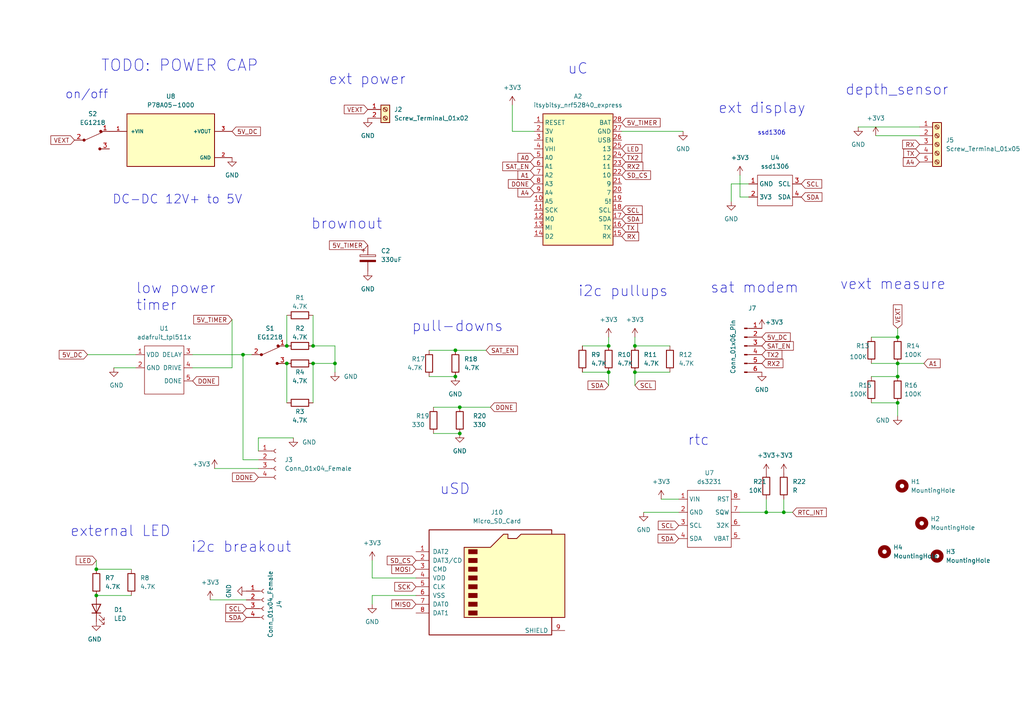
<source format=kicad_sch>
(kicad_sch (version 20231120) (generator "eeschema") (generator_version "8.0")
  (paper "A4")
  (lib_symbols
    (symbol "Connector:Conn_01x04_Female" (pin_names (offset 1.016) hide)
      (property "Reference" "J" (at 0 5.08 0))
      (property "Value" "Conn_01x04_Female" (at 0 -7.62 0))
      (symbol "Conn_01x04_Female_1_1"
        (arc (start 0 -4.572) (mid -0.5058 -5.08) (end 0 -5.588) (stroke (width 0.1524)))
        (arc (start 0 -2.032) (mid -0.5058 -2.54) (end 0 -3.048) (stroke (width 0.1524)))
        (polyline (pts (xy -1.27 -5.08) (xy -0.508 -5.08)) (stroke (width 0.1524)))
        (polyline (pts (xy -1.27 -2.54) (xy -0.508 -2.54)) (stroke (width 0.1524)))
        (polyline (pts (xy -1.27 0) (xy -0.508 0)) (stroke (width 0.1524)))
        (polyline (pts (xy -1.27 2.54) (xy -0.508 2.54)) (stroke (width 0.1524)))
        (arc (start 0 0.508) (mid -0.5058 0) (end 0 -0.508) (stroke (width 0.1524)))
        (arc (start 0 3.048) (mid -0.5058 2.54) (end 0 2.032) (stroke (width 0.1524)))
        (pin passive line (at -5.08 2.54 0) (length 3.81) (name "Pin_1") (number "1"))
        (pin passive line (at -5.08 0 0) (length 3.81) (name "Pin_2") (number "2"))
        (pin passive line (at -5.08 -2.54 0) (length 3.81) (name "Pin_3") (number "3"))
        (pin passive line (at -5.08 -5.08 0) (length 3.81) (name "Pin_4") (number "4"))
      )
    )
    (symbol "Connector:Conn_01x06_Pin" (pin_names (offset 1.016) hide)
      (property "Reference" "J" (at 0 7.62 0))
      (property "Value" "Conn_01x06_Pin" (at 0 -10.16 0))
      (symbol "Conn_01x06_Pin_1_1"
        (polyline (pts (xy 1.27 -7.62) (xy 0.8636 -7.62)) (stroke (width 0.1524)))
        (polyline (pts (xy 1.27 -5.08) (xy 0.8636 -5.08)) (stroke (width 0.1524)))
        (polyline (pts (xy 1.27 -2.54) (xy 0.8636 -2.54)) (stroke (width 0.1524)))
        (polyline (pts (xy 1.27 0) (xy 0.8636 0)) (stroke (width 0.1524)))
        (polyline (pts (xy 1.27 2.54) (xy 0.8636 2.54)) (stroke (width 0.1524)))
        (polyline (pts (xy 1.27 5.08) (xy 0.8636 5.08)) (stroke (width 0.1524)))
        (rectangle (start 0.8636 -7.493) (end 0 -7.747) (stroke (width 0.1524)) (fill (type outline)))
        (rectangle (start 0.8636 -4.953) (end 0 -5.207) (stroke (width 0.1524)) (fill (type outline)))
        (rectangle (start 0.8636 -2.413) (end 0 -2.667) (stroke (width 0.1524)) (fill (type outline)))
        (rectangle (start 0.8636 0.127) (end 0 -0.127) (stroke (width 0.1524)) (fill (type outline)))
        (rectangle (start 0.8636 2.667) (end 0 2.413) (stroke (width 0.1524)) (fill (type outline)))
        (rectangle (start 0.8636 5.207) (end 0 4.953) (stroke (width 0.1524)) (fill (type outline)))
        (pin passive line (at 5.08 5.08 180) (length 3.81) (name "Pin_1") (number "1"))
        (pin passive line (at 5.08 2.54 180) (length 3.81) (name "Pin_2") (number "2"))
        (pin passive line (at 5.08 0 180) (length 3.81) (name "Pin_3") (number "3"))
        (pin passive line (at 5.08 -2.54 180) (length 3.81) (name "Pin_4") (number "4"))
        (pin passive line (at 5.08 -5.08 180) (length 3.81) (name "Pin_5") (number "5"))
        (pin passive line (at 5.08 -7.62 180) (length 3.81) (name "Pin_6") (number "6"))
      )
    )
    (symbol "Connector:Micro_SD_Card" (pin_names (offset 1.016))
      (property "Reference" "J" (at -16.51 15.24 0))
      (property "Value" "Micro_SD_Card" (at 16.51 15.24 0))
      (symbol "Micro_SD_Card_0_1"
        (rectangle (start -7.62 -9.525) (end -5.08 -10.795) (fill (type outline)))
        (rectangle (start -7.62 -6.985) (end -5.08 -8.255) (fill (type outline)))
        (rectangle (start -7.62 -4.445) (end -5.08 -5.715) (fill (type outline)))
        (rectangle (start -7.62 -1.905) (end -5.08 -3.175) (fill (type outline)))
        (rectangle (start -7.62 0.635) (end -5.08 -0.635) (fill (type outline)))
        (rectangle (start -7.62 3.175) (end -5.08 1.905) (fill (type outline)))
        (rectangle (start -7.62 5.715) (end -5.08 4.445) (fill (type outline)))
        (rectangle (start -7.62 8.255) (end -5.08 6.985) (fill (type outline)))
        (polyline (pts (xy 16.51 12.7) (xy 16.51 13.97) (xy -19.05 13.97) (xy -19.05 -16.51) (xy 16.51 -16.51) (xy 16.51 -11.43)) (stroke (width 0.254)))
        (polyline (pts (xy -8.89 -11.43) (xy -8.89 8.89) (xy -1.27 8.89) (xy 2.54 12.7) (xy 3.81 12.7) (xy 3.81 11.43) (xy 6.35 11.43) (xy 7.62 12.7) (xy 20.32 12.7) (xy 20.32 -11.43) (xy -8.89 -11.43)) (stroke (width 0.254)) (fill (type background)))
      )
      (symbol "Micro_SD_Card_1_1"
        (pin bidirectional line (at -22.86 7.62 0) (length 3.81) (name "DAT2") (number "1"))
        (pin bidirectional line (at -22.86 5.08 0) (length 3.81) (name "DAT3/CD") (number "2"))
        (pin input line (at -22.86 2.54 0) (length 3.81) (name "CMD") (number "3"))
        (pin power_in line (at -22.86 0 0) (length 3.81) (name "VDD") (number "4"))
        (pin input line (at -22.86 -2.54 0) (length 3.81) (name "CLK") (number "5"))
        (pin power_in line (at -22.86 -5.08 0) (length 3.81) (name "VSS") (number "6"))
        (pin bidirectional line (at -22.86 -7.62 0) (length 3.81) (name "DAT0") (number "7"))
        (pin bidirectional line (at -22.86 -10.16 0) (length 3.81) (name "DAT1") (number "8"))
        (pin passive line (at 20.32 -15.24 180) (length 3.81) (name "SHIELD") (number "9"))
      )
    )
    (symbol "Connector:Screw_Terminal_01x02" (pin_names (offset 1.016) hide)
      (property "Reference" "J" (at 0 2.54 0))
      (property "Value" "Screw_Terminal_01x02" (at 0 -5.08 0))
      (symbol "Screw_Terminal_01x02_1_1"
        (rectangle (start -1.27 1.27) (end 1.27 -3.81) (stroke (width 0.254)) (fill (type background)))
        (circle (center 0 -2.54) (radius 0.635) (stroke (width 0.1524)))
        (polyline (pts (xy -0.5334 -2.2098) (xy 0.3302 -3.048)) (stroke (width 0.1524)))
        (polyline (pts (xy -0.5334 0.3302) (xy 0.3302 -0.508)) (stroke (width 0.1524)))
        (polyline (pts (xy -0.3556 -2.032) (xy 0.508 -2.8702)) (stroke (width 0.1524)))
        (polyline (pts (xy -0.3556 0.508) (xy 0.508 -0.3302)) (stroke (width 0.1524)))
        (circle (center 0 0) (radius 0.635) (stroke (width 0.1524)))
        (pin passive line (at -5.08 0 0) (length 3.81) (name "Pin_1") (number "1"))
        (pin passive line (at -5.08 -2.54 0) (length 3.81) (name "Pin_2") (number "2"))
      )
    )
    (symbol "Connector:Screw_Terminal_01x05" (pin_names (offset 1.016) hide)
      (property "Reference" "J" (at 0 7.62 0))
      (property "Value" "Screw_Terminal_01x05" (at 0 -7.62 0))
      (symbol "Screw_Terminal_01x05_1_1"
        (rectangle (start -1.27 6.35) (end 1.27 -6.35) (stroke (width 0.254)) (fill (type background)))
        (circle (center 0 -5.08) (radius 0.635) (stroke (width 0.1524)))
        (circle (center 0 -2.54) (radius 0.635) (stroke (width 0.1524)))
        (polyline (pts (xy -0.5334 -4.7498) (xy 0.3302 -5.588)) (stroke (width 0.1524)))
        (polyline (pts (xy -0.5334 -2.2098) (xy 0.3302 -3.048)) (stroke (width 0.1524)))
        (polyline (pts (xy -0.5334 0.3302) (xy 0.3302 -0.508)) (stroke (width 0.1524)))
        (polyline (pts (xy -0.5334 2.8702) (xy 0.3302 2.032)) (stroke (width 0.1524)))
        (polyline (pts (xy -0.5334 5.4102) (xy 0.3302 4.572)) (stroke (width 0.1524)))
        (polyline (pts (xy -0.3556 -4.572) (xy 0.508 -5.4102)) (stroke (width 0.1524)))
        (polyline (pts (xy -0.3556 -2.032) (xy 0.508 -2.8702)) (stroke (width 0.1524)))
        (polyline (pts (xy -0.3556 0.508) (xy 0.508 -0.3302)) (stroke (width 0.1524)))
        (polyline (pts (xy -0.3556 3.048) (xy 0.508 2.2098)) (stroke (width 0.1524)))
        (polyline (pts (xy -0.3556 5.588) (xy 0.508 4.7498)) (stroke (width 0.1524)))
        (circle (center 0 0) (radius 0.635) (stroke (width 0.1524)))
        (circle (center 0 2.54) (radius 0.635) (stroke (width 0.1524)))
        (circle (center 0 5.08) (radius 0.635) (stroke (width 0.1524)))
        (pin passive line (at -5.08 5.08 0) (length 3.81) (name "Pin_1") (number "1"))
        (pin passive line (at -5.08 2.54 0) (length 3.81) (name "Pin_2") (number "2"))
        (pin passive line (at -5.08 0 0) (length 3.81) (name "Pin_3") (number "3"))
        (pin passive line (at -5.08 -2.54 0) (length 3.81) (name "Pin_4") (number "4"))
        (pin passive line (at -5.08 -5.08 0) (length 3.81) (name "Pin_5") (number "5"))
      )
    )
    (symbol "Device:C_Polarized" (pin_numbers hide) (pin_names (offset 0.254))
      (property "Reference" "C" (at 0.635 2.54 0))
      (property "Value" "C_Polarized" (at 0.635 -2.54 0))
      (symbol "C_Polarized_0_1"
        (rectangle (start -2.286 0.508) (end 2.286 1.016))
        (polyline (pts (xy -1.778 2.286) (xy -0.762 2.286)))
        (polyline (pts (xy -1.27 2.794) (xy -1.27 1.778)))
        (rectangle (start 2.286 -0.508) (end -2.286 -1.016) (fill (type outline)))
      )
      (symbol "C_Polarized_1_1"
        (pin passive line (at 0 3.81 270) (length 2.794) (name "~") (number "1"))
        (pin passive line (at 0 -3.81 90) (length 2.794) (name "~") (number "2"))
      )
    )
    (symbol "Device:LED" (pin_numbers hide) (pin_names (offset 1.016) hide)
      (property "Reference" "D" (at 0 2.54 0))
      (property "Value" "LED" (at 0 -2.54 0))
      (symbol "LED_0_1"
        (polyline (pts (xy -1.27 -1.27) (xy -1.27 1.27)) (stroke (width 0.254)))
        (polyline (pts (xy -1.27 0) (xy 1.27 0)))
        (polyline (pts (xy 1.27 -1.27) (xy 1.27 1.27) (xy -1.27 0) (xy 1.27 -1.27)) (stroke (width 0.254)))
        (polyline (pts (xy -3.048 -0.762) (xy -4.572 -2.286) (xy -3.81 -2.286) (xy -4.572 -2.286) (xy -4.572 -1.524)))
        (polyline (pts (xy -1.778 -0.762) (xy -3.302 -2.286) (xy -2.54 -2.286) (xy -3.302 -2.286) (xy -3.302 -1.524)))
      )
      (symbol "LED_1_1"
        (pin passive line (at -3.81 0 0) (length 2.54) (name "K") (number "1"))
        (pin passive line (at 3.81 0 180) (length 2.54) (name "A") (number "2"))
      )
    )
    (symbol "Device:R" (pin_numbers hide) (pin_names (offset 0))
      (property "Reference" "R" (at 2.032 0 90))
      (property "Value" "R" (at 0 0 90))
      (symbol "R_0_1"
        (rectangle (start -1.016 -2.54) (end 1.016 2.54) (stroke (width 0.254)))
      )
      (symbol "R_1_1"
        (pin passive line (at 0 3.81 270) (length 1.27) (name "~") (number "1"))
        (pin passive line (at 0 -3.81 90) (length 1.27) (name "~") (number "2"))
      )
    )
    (symbol "GND_11" (power) (pin_names (offset 0))
      (property "Value" "GND_11" (at 0 -3.81 0))
      (symbol "GND_11_0_1"
        (polyline (pts (xy 0 0) (xy 0 -1.27) (xy 1.27 -1.27) (xy 0 -2.54) (xy -1.27 -1.27) (xy 0 -1.27)))
      )
      (symbol "GND_11_1_1"
        (pin power_in line (at 0 0 270) (length 0) hide (name "GND") (number "1"))
      )
    )
    (symbol "GND_2" (power) (pin_names (offset 0))
      (property "Value" "GND_2" (at 0 -3.81 0))
      (symbol "GND_2_0_1"
        (polyline (pts (xy 0 0) (xy 0 -1.27) (xy 1.27 -1.27) (xy 0 -2.54) (xy -1.27 -1.27) (xy 0 -1.27)))
      )
      (symbol "GND_2_1_1"
        (pin power_in line (at 0 0 270) (length 0) hide (name "GND") (number "1"))
      )
    )
    (symbol "GND_6" (power) (pin_names (offset 0))
      (property "Value" "GND_6" (at 0 -3.81 0))
      (symbol "GND_6_0_1"
        (polyline (pts (xy 0 0) (xy 0 -1.27) (xy 1.27 -1.27) (xy 0 -2.54) (xy -1.27 -1.27) (xy 0 -1.27)))
      )
      (symbol "GND_6_1_1"
        (pin power_in line (at 0 0 270) (length 0) hide (name "GND") (number "1"))
      )
    )
    (symbol "Mechanical:MountingHole" (pin_names (offset 1.016))
      (property "Reference" "H" (at 0 5.08 0))
      (property "Value" "MountingHole" (at 0 3.175 0))
      (symbol "MountingHole_0_1"
        (circle (center 0 0) (radius 1.27) (stroke (width 1.27)))
      )
    )
    (symbol "P78A05-1000:P78A05-1000" (pin_names (offset 1.016))
      (property "Reference" "U" (at -10.1854 7.62 0))
      (property "Value" "P78A05-1000" (at -10.1854 -7.6454 0))
      (symbol "P78A05-1000_0_0"
        (rectangle (start -12.7 -7.62) (end 12.7 7.62) (stroke (width 0.254)) (fill (type background)))
        (pin input line (at -17.78 2.54 0) (length 5.08) (name "+VIN") (number "1"))
        (pin power_in line (at 17.78 -5.08 180) (length 5.08) (name "GND") (number "2"))
        (pin output line (at 17.78 2.54 180) (length 5.08) (name "+VOUT") (number "3"))
      )
    )
    (symbol "adafruit_ds3231:ds3231"
      (property "Reference" "U" (at 0 0 0))
      (property "Value" "ds3231" (at 0 2.54 0))
      (symbol "ds3231_0_1"
        (rectangle (start -6.35 -1.27) (end 6.35 -17.78))
      )
      (symbol "ds3231_1_1"
        (pin input line (at -8.89 -3.81 0) (length 2.54) (name "VIN") (number "1"))
        (pin input line (at -8.89 -7.62 0) (length 2.54) (name "GND") (number "2"))
        (pin input line (at -8.89 -11.43 0) (length 2.54) (name "SCL") (number "3"))
        (pin input line (at -8.89 -15.24 0) (length 2.54) (name "SDA") (number "4"))
        (pin input line (at 8.89 -15.24 180) (length 2.54) (name "VBAT") (number "5"))
        (pin input line (at 8.89 -11.43 180) (length 2.54) (name "32K") (number "6"))
        (pin input line (at 8.89 -7.62 180) (length 2.54) (name "SQW") (number "7"))
        (pin input line (at 8.89 -3.81 180) (length 2.54) (name "RST") (number "8"))
      )
    )
    (symbol "dk_Slide-Switches:EG1218" (pin_names (offset 0))
      (property "Reference" "S" (at -3.81 2.286 0))
      (property "Value" "EG1218" (at 0 -5.334 0))
      (symbol "EG1218_0_1"
        (circle (center -2.286 0) (radius 0.3556) (fill (type outline)))
        (polyline (pts (xy -2.032 0) (xy 3.048 2.286)))
        (circle (center 2.286 -2.54) (radius 0.3556) (fill (type outline)))
        (circle (center 2.54 2.54) (radius 0.3556) (fill (type outline)))
      )
      (symbol "EG1218_1_1"
        (pin passive line (at 5.08 2.54 180) (length 2.54) (name "~") (number "1"))
        (pin passive line (at -5.08 0 0) (length 2.54) (name "~") (number "2"))
        (pin passive line (at 5.08 -2.54 180) (length 2.54) (name "~") (number "3"))
      )
    )
    (symbol "lucc:itsybitsy_nrf52840_express"
      (property "Reference" "A" (at -10.16 28.575 0))
      (property "Value" "itsybitsy_nrf52840_express" (at -5.842 29.718 0))
      (symbol "itsybitsy_nrf52840_express_0_1"
        (rectangle (start -10.16 22.86) (end 10.16 -15.24) (stroke (width 0.254)) (fill (type background)))
      )
      (symbol "itsybitsy_nrf52840_express_1_1"
        (pin bidirectional line (at -12.7 20.32 0) (length 2.54) (name "RESET") (number "1"))
        (pin bidirectional line (at -12.7 -2.54 0) (length 2.54) (name "A5") (number "10"))
        (pin bidirectional line (at -12.7 -5.08 0) (length 2.54) (name "SCK") (number "11"))
        (pin bidirectional line (at -12.7 -7.62 0) (length 2.54) (name "M0") (number "12"))
        (pin bidirectional line (at -12.7 -10.16 0) (length 2.54) (name "MI") (number "13"))
        (pin bidirectional line (at -12.7 -12.7 0) (length 2.54) (name "D2") (number "14"))
        (pin bidirectional line (at 12.7 -12.7 180) (length 2.54) (name "RX") (number "15"))
        (pin bidirectional line (at 12.7 -10.16 180) (length 2.54) (name "TX") (number "16"))
        (pin bidirectional line (at 12.7 -7.62 180) (length 2.54) (name "SDA") (number "17"))
        (pin bidirectional line (at 12.7 -5.08 180) (length 2.54) (name "SCL") (number "18"))
        (pin bidirectional line (at 12.7 -2.54 180) (length 2.54) (name "5!") (number "19"))
        (pin bidirectional line (at -12.7 17.78 0) (length 2.54) (name "3V") (number "2"))
        (pin bidirectional line (at 12.7 0 180) (length 2.54) (name "7") (number "20"))
        (pin bidirectional line (at 12.7 2.54 180) (length 2.54) (name "9") (number "21"))
        (pin bidirectional line (at 12.7 5.08 180) (length 2.54) (name "10") (number "22"))
        (pin bidirectional line (at 12.7 7.62 180) (length 2.54) (name "11") (number "23"))
        (pin bidirectional line (at 12.7 10.16 180) (length 2.54) (name "12") (number "24"))
        (pin input line (at 12.7 12.7 180) (length 2.54) (name "13") (number "25"))
        (pin input line (at 12.7 15.24 180) (length 2.54) (name "USB") (number "26"))
        (pin input line (at 12.7 17.78 180) (length 2.54) (name "GND") (number "27"))
        (pin input line (at 12.7 20.32 180) (length 2.54) (name "BAT") (number "28"))
        (pin bidirectional line (at -12.7 15.24 0) (length 2.54) (name "EN") (number "3"))
        (pin bidirectional line (at -12.7 12.7 0) (length 2.54) (name "VHI") (number "4"))
        (pin bidirectional line (at -12.7 10.16 0) (length 2.54) (name "A0") (number "5"))
        (pin bidirectional line (at -12.7 7.62 0) (length 2.54) (name "A1") (number "6"))
        (pin bidirectional line (at -12.7 5.08 0) (length 2.54) (name "A2") (number "7"))
        (pin bidirectional line (at -12.7 2.54 0) (length 2.54) (name "A3") (number "8"))
        (pin bidirectional line (at -12.7 0 0) (length 2.54) (name "A4") (number "9"))
      )
    )
    (symbol "picoco2:ssd1306"
      (property "Reference" "U" (at 0 0 0))
      (property "Value" "ssd1306" (at 0 0 0))
      (symbol "ssd1306_0_1"
        (rectangle (start 3.81 -1.27) (end -6.35 -10.16))
      )
      (symbol "ssd1306_1_1"
        (pin input line (at -8.89 -3.81 0) (length 2.54) (name "GND") (number "1"))
        (pin input line (at -8.89 -7.62 0) (length 2.54) (name "3V3") (number "2"))
        (pin input line (at 6.35 -3.81 180) (length 2.54) (name "SCL") (number "3"))
        (pin input line (at 6.35 -7.62 180) (length 2.54) (name "SDA") (number "4"))
      )
    )
    (symbol "power:+3V3" (power) (pin_names (offset 0))
      (property "Value" "+3V3" (at 0 3.556 0))
      (symbol "+3V3_0_1"
        (polyline (pts (xy -0.762 1.27) (xy 0 2.54)))
        (polyline (pts (xy 0 0) (xy 0 2.54)))
        (polyline (pts (xy 0 2.54) (xy 0.762 1.27)))
      )
      (symbol "+3V3_1_1"
        (pin power_in line (at 0 0 90) (length 0) hide (name "+3V3") (number "1"))
      )
    )
    (symbol "power:GND" (power) (pin_names (offset 0))
      (property "Value" "GND" (at 0 -3.81 0))
      (symbol "GND_0_1"
        (polyline (pts (xy 0 0) (xy 0 -1.27) (xy 1.27 -1.27) (xy 0 -2.54) (xy -1.27 -1.27) (xy 0 -1.27)))
      )
      (symbol "GND_1_1"
        (pin power_in line (at 0 0 270) (length 0) hide (name "GND") (number "1"))
      )
    )
    (symbol "sweet-p:adafruit_tpl511x"
      (property "Reference" "U" (at 0 10.16 0))
      (property "Value" "adafruit_tpl511x" (at 0 3.81 0))
      (symbol "adafruit_tpl511x_0_1"
        (rectangle (start -5.08 1.27) (end 6.35 -12.7))
      )
      (symbol "adafruit_tpl511x_1_1"
        (pin input line (at -7.62 -1.27 0) (length 2.54) (name "VDD") (number "1"))
        (pin input line (at -7.62 -5.08 0) (length 2.54) (name "GND") (number "2"))
        (pin input line (at 8.89 -1.27 180) (length 2.54) (name "DELAY") (number "3"))
        (pin input line (at 8.89 -5.08 180) (length 2.54) (name "DRIVE") (number "4"))
        (pin input line (at 8.89 -8.89 180) (length 2.54) (name "DONE") (number "5"))
      )
    )
  )
  (junction (at 132.08 101.6))
  (junction (at 176.53 100.33))
  (junction (at 222.25 148.59))
  (junction (at 133.35 118.11))
  (junction (at 83.185 100.33))
  (junction (at 132.08 109.22))
  (junction (at 260.35 97.79))
  (junction (at 184.15 100.33))
  (junction (at 184.15 107.95))
  (junction (at 90.805 100.33))
  (junction (at 260.35 109.22))
  (junction (at 227.33 148.59))
  (junction (at 260.35 116.84))
  (junction (at 176.53 107.95))
  (junction (at 27.94 165.1))
  (junction (at 70.485 102.87))
  (junction (at 133.35 125.73))
  (junction (at 27.94 172.72))
  (junction (at 260.35 105.41))
  (junction (at 90.805 105.41))
  (junction (at 83.185 105.41))
  (junction (at 97.155 105.41))
  (wire (pts (xy 248.92 36.83) (xy 266.7 36.83)))
  (wire (pts (xy 133.35 118.11) (xy 142.24 118.11)))
  (wire (pts (xy 176.53 107.95) (xy 176.53 111.76)))
  (wire (pts (xy 180.34 38.1) (xy 198.12 38.1)))
  (wire (pts (xy 260.35 95.25) (xy 260.35 97.79)))
  (wire (pts (xy 125.73 118.11) (xy 133.35 118.11)))
  (wire (pts (xy 184.15 107.95) (xy 184.15 111.76)))
  (wire (pts (xy 120.65 167.64) (xy 107.95 167.64)))
  (wire (pts (xy 125.73 125.73) (xy 133.35 125.73)))
  (wire (pts (xy 214.63 148.59) (xy 222.25 148.59)))
  (wire (pts (xy 70.485 102.87) (xy 70.485 133.35)))
  (wire (pts (xy 97.155 100.33) (xy 97.155 105.41)))
  (wire (pts (xy 260.35 105.41) (xy 260.35 109.22)))
  (wire (pts (xy 90.805 91.44) (xy 90.805 100.33)))
  (wire (pts (xy 27.94 165.1) (xy 38.1 165.1)))
  (wire (pts (xy 260.35 116.84) (xy 260.35 120.65)))
  (wire (pts (xy 124.46 109.22) (xy 132.08 109.22)))
  (wire (pts (xy 214.63 50.8) (xy 214.63 57.15)))
  (wire (pts (xy 184.15 107.95) (xy 194.31 107.95)))
  (wire (pts (xy 70.485 102.87) (xy 73.025 102.87)))
  (wire (pts (xy 27.94 162.56) (xy 27.94 165.1)))
  (wire (pts (xy 252.73 116.84) (xy 260.35 116.84)))
  (wire (pts (xy 227.33 148.59) (xy 229.87 148.59)))
  (wire (pts (xy 74.93 127) (xy 85.09 127)))
  (wire (pts (xy 132.08 101.6) (xy 140.97 101.6)))
  (wire (pts (xy 124.46 101.6) (xy 132.08 101.6)))
  (wire (pts (xy 27.94 172.72) (xy 38.1 172.72)))
  (wire (pts (xy 154.94 38.1) (xy 148.59 38.1)))
  (wire (pts (xy 186.69 148.59) (xy 196.85 148.59)))
  (wire (pts (xy 25.4 102.87) (xy 39.37 102.87)))
  (wire (pts (xy 184.15 97.79) (xy 184.15 100.33)))
  (wire (pts (xy 90.805 105.41) (xy 90.805 116.84)))
  (wire (pts (xy 212.09 53.34) (xy 212.09 58.42)))
  (wire (pts (xy 74.93 130.81) (xy 74.93 127)))
  (wire (pts (xy 252.73 105.41) (xy 260.35 105.41)))
  (wire (pts (xy 227.33 148.59) (xy 227.33 144.78)))
  (wire (pts (xy 260.35 105.41) (xy 267.97 105.41)))
  (wire (pts (xy 217.17 53.34) (xy 212.09 53.34)))
  (wire (pts (xy 176.53 97.79) (xy 176.53 100.33)))
  (wire (pts (xy 217.17 57.15) (xy 214.63 57.15)))
  (wire (pts (xy 222.25 144.78) (xy 222.25 148.59)))
  (wire (pts (xy 83.185 91.44) (xy 83.185 100.33)))
  (wire (pts (xy 107.95 172.72) (xy 107.95 175.26)))
  (wire (pts (xy 97.155 105.41) (xy 97.155 107.95)))
  (wire (pts (xy 184.15 100.33) (xy 194.31 100.33)))
  (wire (pts (xy 60.96 173.99) (xy 71.4375 173.99)))
  (wire (pts (xy 191.77 144.78) (xy 196.85 144.78)))
  (wire (pts (xy 254 39.37) (xy 266.7 39.37)))
  (wire (pts (xy 90.805 100.33) (xy 97.155 100.33)))
  (wire (pts (xy 33.02 106.68) (xy 39.37 106.68)))
  (wire (pts (xy 55.88 102.87) (xy 70.485 102.87)))
  (wire (pts (xy 62.23 135.89) (xy 74.93 135.89)))
  (wire (pts (xy 67.31 92.71) (xy 67.31 106.68)))
  (wire (pts (xy 55.88 106.68) (xy 67.31 106.68)))
  (wire (pts (xy 70.485 133.35) (xy 74.93 133.35)))
  (wire (pts (xy 120.65 172.72) (xy 107.95 172.72)))
  (wire (pts (xy 168.91 100.33) (xy 176.53 100.33)))
  (wire (pts (xy 148.59 38.1) (xy 148.59 30.48)))
  (wire (pts (xy 83.185 105.41) (xy 83.185 116.84)))
  (wire (pts (xy 90.805 105.41) (xy 97.155 105.41)))
  (wire (pts (xy 107.95 167.64) (xy 107.95 162.56)))
  (wire (pts (xy 252.73 109.22) (xy 260.35 109.22)))
  (wire (pts (xy 222.25 148.59) (xy 227.33 148.59)))
  (wire (pts (xy 252.73 97.79) (xy 260.35 97.79)))
  (wire (pts (xy 168.91 107.95) (xy 176.53 107.95)))
  (text "uSD" (at 127.508 143.764 0) (effects (font (size 3.048 3.048)) (justify left bottom)))
  (text "sat modem" (at 205.994 85.344 0) (effects (font (size 3.048 3.048)) (justify left bottom)))
  (text "brownout" (at 90.17 66.802 0) (effects (font (size 3.048 3.048)) (justify left bottom)))
  (text "i2c breakout" (at 55.372 160.528 0) (effects (font (size 3.048 3.048)) (justify left bottom)))
  (text "DC-DC 12V+ to 5V" (at 70.358 59.436 0) (effects (font (size 2.54 2.54)) (justify right bottom)))
  (text "pull-downs" (at 119.38 96.52 0) (effects (font (size 3.048 3.048)) (justify left bottom)))
  (text "vext measure" (at 243.586 84.328 0) (effects (font (size 3.048 3.048)) (justify left bottom)))
  (text "uC" (at 164.592 21.844 0) (effects (font (size 3.048 3.048)) (justify left bottom)))
  (text "on/off" (at 31.496 28.956 0) (effects (font (size 2.54 2.54)) (justify right bottom)))
  (text "i2c pullups" (at 167.64 86.36 0) (effects (font (size 3.048 3.048)) (justify left bottom)))
  (text "external LED" (at 20.32 155.956 0) (effects (font (size 3.048 3.048)) (justify left bottom)))
  (text "depth_sensor" (at 245.11 27.94 0) (effects (font (size 3.048 3.048)) (justify left bottom)))
  (text "TODO: POWER CAP" (at 29.21 21.082 0) (effects (font (size 3.302 3.302)) (justify left bottom)))
  (text "low power\ntimer" (at 39.37 90.424 0) (effects (font (size 3.048 3.048)) (justify left bottom)))
  (text "ext power" (at 95.25 24.892 0) (effects (font (size 3.048 3.048)) (justify left bottom)))
  (text "ext display" (at 208.28 33.274 0) (effects (font (size 3.048 3.048)) (justify left bottom)))
  (text "ssd1306" (at 219.71 39.37 0) (effects (font (size 1.27 1.27)) (justify left bottom)))
  (text "rtc" (at 199.39 129.54 0) (effects (font (size 3.048 3.048)) (justify left bottom)))
  (global_label "RX2" (shape input) (at 180.34 48.26 0) (property "Intersheetrefs" "${INTERSHEET_REFS}" (effects (hide yes))))
  (global_label "SCL" (shape input) (at 196.85 152.4 180) (property "Intersheetrefs" "${INTERSHEET_REFS}" (effects (hide yes))))
  (global_label "SAT_EN" (shape input) (at 140.97 101.6 0) (property "Intersheetrefs" "${INTERSHEET_REFS}" (effects (hide yes))))
  (global_label "SD_CS" (shape input) (at 180.34 50.8 0) (property "Intersheetrefs" "${INTERSHEET_REFS}" (effects (hide yes))))
  (global_label "SCL" (shape input) (at 184.15 111.76 0) (property "Intersheetrefs" "${INTERSHEET_REFS}" (effects (hide yes))))
  (global_label "SCL" (shape input) (at 232.41 53.34 0) (property "Intersheetrefs" "${INTERSHEET_REFS}" (effects (hide yes))))
  (global_label "VEXT" (shape input) (at 260.35 95.25 90) (property "Intersheetrefs" "${INTERSHEET_REFS}" (effects (hide yes))))
  (global_label "RX2" (shape input) (at 220.98 105.41 0) (property "Intersheetrefs" "${INTERSHEET_REFS}" (effects (hide yes))))
  (global_label "SDA" (shape input) (at 176.53 111.76 180) (property "Intersheetrefs" "${INTERSHEET_REFS}" (effects (hide yes))))
  (global_label "A4" (shape input) (at 266.7 46.99 180) (property "Intersheetrefs" "${INTERSHEET_REFS}" (effects (hide yes))))
  (global_label "VEXT" (shape input) (at 106.68 31.75 180) (property "Intersheetrefs" "${INTERSHEET_REFS}" (effects (hide yes))))
  (global_label "MISO" (shape input) (at 120.65 175.26 180) (property "Intersheetrefs" "${INTERSHEET_REFS}" (effects (hide yes))))
  (global_label "5V_TIMER" (shape input) (at 67.31 92.71 180) (property "Intersheetrefs" "${INTERSHEET_REFS}" (effects (hide yes))))
  (global_label "RTC_INT" (shape input) (at 229.87 148.59 0) (property "Intersheetrefs" "${INTERSHEET_REFS}" (effects (hide yes))))
  (global_label "TX2" (shape input) (at 180.34 45.72 0) (property "Intersheetrefs" "${INTERSHEET_REFS}" (effects (hide yes))))
  (global_label "TX2" (shape input) (at 220.98 102.87 0) (property "Intersheetrefs" "${INTERSHEET_REFS}" (effects (hide yes))))
  (global_label "LED" (shape input) (at 180.34 43.18 0) (property "Intersheetrefs" "${INTERSHEET_REFS}" (effects (hide yes))))
  (global_label "DONE" (shape input) (at 154.94 53.34 180) (property "Intersheetrefs" "${INTERSHEET_REFS}" (effects (hide yes))))
  (global_label "A1" (shape input) (at 267.97 105.41 0) (property "Intersheetrefs" "${INTERSHEET_REFS}" (effects (hide yes))))
  (global_label "MOSI" (shape input) (at 120.65 165.1 180) (property "Intersheetrefs" "${INTERSHEET_REFS}" (effects (hide yes))))
  (global_label "TX" (shape input) (at 266.7 44.45 180) (property "Intersheetrefs" "${INTERSHEET_REFS}" (effects (hide yes))))
  (global_label "LED" (shape input) (at 27.94 162.56 180) (property "Intersheetrefs" "${INTERSHEET_REFS}" (effects (hide yes))))
  (global_label "DONE" (shape input) (at 55.88 110.49 0) (property "Intersheetrefs" "${INTERSHEET_REFS}" (effects (hide yes))))
  (global_label "5V_DC" (shape input) (at 220.98 97.79 0) (property "Intersheetrefs" "${INTERSHEET_REFS}" (effects (hide yes))))
  (global_label "VEXT" (shape input) (at 21.59 40.64 180) (property "Intersheetrefs" "${INTERSHEET_REFS}" (effects (hide yes))))
  (global_label "5V_TIMER" (shape input) (at 106.68 71.12 180) (property "Intersheetrefs" "${INTERSHEET_REFS}" (effects (hide yes))))
  (global_label "RX" (shape input) (at 266.7 41.91 180) (property "Intersheetrefs" "${INTERSHEET_REFS}" (effects (hide yes))))
  (global_label "SAT_EN" (shape input) (at 220.98 100.33 0) (property "Intersheetrefs" "${INTERSHEET_REFS}" (effects (hide yes))))
  (global_label "SDA" (shape input) (at 71.4375 179.07 180) (property "Intersheetrefs" "${INTERSHEET_REFS}" (effects (hide yes))))
  (global_label "A0" (shape input) (at 154.94 45.72 180) (property "Intersheetrefs" "${INTERSHEET_REFS}" (effects (hide yes))))
  (global_label "RX" (shape input) (at 180.34 68.58 0) (property "Intersheetrefs" "${INTERSHEET_REFS}" (effects (hide yes))))
  (global_label "5V_TIMER" (shape input) (at 180.34 35.56 0) (property "Intersheetrefs" "${INTERSHEET_REFS}" (effects (hide yes))))
  (global_label "TX" (shape input) (at 180.34 66.04 0) (property "Intersheetrefs" "${INTERSHEET_REFS}" (effects (hide yes))))
  (global_label "A1" (shape input) (at 154.94 50.8 180) (property "Intersheetrefs" "${INTERSHEET_REFS}" (effects (hide yes))))
  (global_label "SAT_EN" (shape input) (at 154.94 48.26 180) (property "Intersheetrefs" "${INTERSHEET_REFS}" (effects (hide yes))))
  (global_label "DONE" (shape input) (at 74.93 138.43 180) (property "Intersheetrefs" "${INTERSHEET_REFS}" (effects (hide yes))))
  (global_label "SDA" (shape input) (at 232.41 57.15 0) (property "Intersheetrefs" "${INTERSHEET_REFS}" (effects (hide yes))))
  (global_label "5V_DC" (shape input) (at 25.4 102.87 180) (property "Intersheetrefs" "${INTERSHEET_REFS}" (effects (hide yes))))
  (global_label "SCK" (shape input) (at 120.65 170.18 180) (property "Intersheetrefs" "${INTERSHEET_REFS}" (effects (hide yes))))
  (global_label "SCL" (shape input) (at 71.4375 176.53 180) (property "Intersheetrefs" "${INTERSHEET_REFS}" (effects (hide yes))))
  (global_label "A4" (shape input) (at 154.94 55.88 180) (property "Intersheetrefs" "${INTERSHEET_REFS}" (effects (hide yes))))
  (global_label "DONE" (shape input) (at 142.24 118.11 0) (property "Intersheetrefs" "${INTERSHEET_REFS}" (effects (hide yes))))
  (global_label "SCL" (shape input) (at 180.34 60.96 0) (property "Intersheetrefs" "${INTERSHEET_REFS}" (effects (hide yes))))
  (global_label "SDA" (shape input) (at 180.34 63.5 0) (property "Intersheetrefs" "${INTERSHEET_REFS}" (effects (hide yes))))
  (global_label "5V_DC" (shape input) (at 67.31 38.1 0) (property "Intersheetrefs" "${INTERSHEET_REFS}" (effects (hide yes))))
  (global_label "SDA" (shape input) (at 196.85 156.21 180) (property "Intersheetrefs" "${INTERSHEET_REFS}" (effects (hide yes))))
  (global_label "SD_CS" (shape input) (at 120.65 162.56 180) (property "Intersheetrefs" "${INTERSHEET_REFS}" (effects (hide yes))))
  (symbol (lib_id "power:GND") (at 260.35 120.65 0) (unit 1)
    (property "Reference" "#PWR022" (effects (hide yes)))
    (property "Value" "GND" (at 254 121.92 0) (effects (justify left)))
  )
  (symbol (lib_id "P78A05-1000:P78A05-1000") (at 49.53 40.64 0) (unit 1)
    (property "Reference" "U8" (at 49.53 27.94 0))
    (property "Value" "P78A05-1000" (at 49.53 30.48 0))
    (property "Footprint" "footprints:CONV_P78A05-1000" (effects (hide yes)))
    (property "PARTREV" "1.0" (effects (hide yes)))
    (property "MANUFACTURER" "CUI INC" (effects (hide yes)))
    (property "STANDARD" "MANUFACTURER RECOMMENDATIONS" (effects (hide yes)))
  )
  (symbol (lib_id "power:+3V3") (at 254 39.37 0) (unit 1)
    (property "Reference" "#PWR030" (effects (hide yes)))
    (property "Value" "+3V3" (at 254 34.29 0))
  )
  (symbol (lib_id "power:+3V3") (at 214.63 50.8 0) (unit 1)
    (property "Reference" "#PWR036" (effects (hide yes)))
    (property "Value" "+3V3" (at 214.63 45.72 0))
  )
  (symbol (lib_id "Connector:Micro_SD_Card") (at 143.51 167.64 0) (unit 1)
    (property "Reference" "J10" (at 144.145 148.59 0))
    (property "Value" "Micro_SD_Card" (at 144.145 151.13 0))
    (property "Footprint" "footprints:DM3D-SF_outline" (effects (hide yes)))
    (property "Datasheet" "http://katalog.we-online.de/em/datasheet/693072010801.pdf" (effects (hide yes)))
  )
  (symbol (lib_id "power:+3V3") (at 148.59 30.48 0) (unit 1)
    (property "Reference" "#PWR018" (effects (hide yes)))
    (property "Value" "+3V3" (at 148.59 25.4 0))
  )
  (symbol (lib_id "Device:R") (at 260.35 101.6 0) (unit 1)
    (property "Reference" "R14" (at 262.89 100.33 0) (effects (justify left)))
    (property "Value" "100K" (at 262.255 102.87 0) (effects (justify left)))
    (property "Footprint" "Resistor_SMD:R_0603_1608Metric_Pad0.98x0.95mm_HandSolder" (effects (hide yes)))
  )
  (symbol (lib_name "GND_2") (lib_id "power:GND") (at 107.95 175.26 0) (unit 1)
    (property "Reference" "#PWR034" (effects (hide yes)))
    (property "Value" "GND" (at 107.95 180.34 0))
  )
  (symbol (lib_id "Mechanical:MountingHole") (at 271.78 161.29 0) (unit 1)
    (property "Reference" "H3" (at 274.32 160.0199 0) (effects (justify left)))
    (property "Value" "MountingHole" (at 274.32 162.5599 0) (effects (justify left)))
    (property "Footprint" "MountingHole:MountingHole_3.2mm_M3" (effects (hide yes)))
  )
  (symbol (lib_id "Mechanical:MountingHole") (at 261.62 140.97 0) (unit 1)
    (property "Reference" "H1" (at 264.16 139.6999 0) (effects (justify left)))
    (property "Value" "MountingHole" (at 264.16 142.2399 0) (effects (justify left)))
    (property "Footprint" "MountingHole:MountingHole_3.2mm_M3" (effects (hide yes)))
  )
  (symbol (lib_id "Device:R") (at 184.15 104.14 0) (unit 1)
    (property "Reference" "R11" (at 186.69 102.8699 0) (effects (justify left)))
    (property "Value" "4.7K" (at 186.69 105.4099 0) (effects (justify left)))
    (property "Footprint" "Resistor_SMD:R_0603_1608Metric_Pad0.98x0.95mm_HandSolder" (effects (hide yes)))
  )
  (symbol (lib_id "Device:R") (at 124.46 105.41 0) (unit 1)
    (property "Reference" "R17" (at 119.38 104.14 0) (effects (justify left)))
    (property "Value" "4.7K" (at 118.11 106.68 0) (effects (justify left)))
    (property "Footprint" "Resistor_THT:R_Axial_DIN0204_L3.6mm_D1.6mm_P7.62mm_Horizontal" (effects (hide yes)))
  )
  (symbol (lib_name "GND_2") (lib_id "power:GND") (at 85.09 127 0) (unit 1)
    (property "Reference" "#PWR08" (effects (hide yes)))
    (property "Value" "GND" (at 87.63 128.2699 0) (effects (justify left)))
  )
  (symbol (lib_id "Device:R") (at 176.53 104.14 0) (unit 1)
    (property "Reference" "R10" (at 179.07 102.8699 0) (effects (justify left)))
    (property "Value" "4.7K" (at 179.07 105.4099 0) (effects (justify left)))
    (property "Footprint" "Resistor_SMD:R_0603_1608Metric_Pad0.98x0.95mm_HandSolder" (effects (hide yes)))
  )
  (symbol (lib_id "Connector:Screw_Terminal_01x02") (at 111.76 31.75 0) (unit 1)
    (property "Reference" "J2" (at 114.3 31.7499 0) (effects (justify left)))
    (property "Value" "Screw_Terminal_01x02" (at 114.3 34.2899 0) (effects (justify left)))
    (property "Footprint" "TerminalBlock_Phoenix:TerminalBlock_Phoenix_PT-1,5-2-5.0-H_1x02_P5.00mm_Horizontal" (effects (hide yes)))
  )
  (symbol (lib_id "Device:R") (at 252.73 101.6 0) (unit 1)
    (property "Reference" "R13" (at 248.285 100.33 0) (effects (justify left)))
    (property "Value" "100K" (at 246.38 103.505 0) (effects (justify left)))
    (property "Footprint" "Resistor_THT:R_Axial_DIN0204_L3.6mm_D1.6mm_P7.62mm_Horizontal" (effects (hide yes)))
  )
  (symbol (lib_name "GND_2") (lib_id "power:GND") (at 220.98 107.95 0) (unit 1)
    (property "Reference" "#PWR021" (effects (hide yes)))
    (property "Value" "GND" (at 220.98 113.03 0))
  )
  (symbol (lib_name "GND_11") (lib_id "power:GND") (at 71.4375 171.45 270) (unit 1)
    (property "Reference" "#PWR010" (effects (hide yes)))
    (property "Value" "GND" (at 66.3575 171.45 0))
  )
  (symbol (lib_id "power:GND") (at 106.68 78.74 0) (unit 1)
    (property "Reference" "#PWR02" (effects (hide yes)))
    (property "Value" "GND" (at 106.68 83.82 0))
  )
  (symbol (lib_id "Device:R") (at 222.25 140.97 0) (unit 1)
    (property "Reference" "R21" (at 218.44 139.7 0) (effects (justify left)))
    (property "Value" "10K" (at 217.17 142.24 0) (effects (justify left)))
    (property "Footprint" "Resistor_SMD:R_0603_1608Metric_Pad0.98x0.95mm_HandSolder" (effects (hide yes)))
  )
  (symbol (lib_name "GND_6") (lib_id "power:GND") (at 186.69 148.59 0) (unit 1)
    (property "Reference" "#PWR047" (effects (hide yes)))
    (property "Value" "GND" (at 186.69 153.67 0))
  )
  (symbol (lib_id "Device:R") (at 132.08 105.41 0) (unit 1)
    (property "Reference" "R18" (at 134.62 104.1399 0) (effects (justify left)))
    (property "Value" "4.7K" (at 134.62 106.6799 0) (effects (justify left)))
    (property "Footprint" "Resistor_SMD:R_0603_1608Metric_Pad0.98x0.95mm_HandSolder" (effects (hide yes)))
  )
  (symbol (lib_id "Device:R") (at 86.995 105.41 270) (unit 1)
    (property "Reference" "R3" (at 86.995 119.38 90))
    (property "Value" "4.7K" (at 86.995 110.49 90))
    (property "Footprint" "Resistor_SMD:R_0603_1608Metric_Pad0.98x0.95mm_HandSolder" (effects (hide yes)))
  )
  (symbol (lib_id "power:+3V3") (at 222.25 137.16 0) (unit 1)
    (property "Reference" "#PWR044" (effects (hide yes)))
    (property "Value" "+3V3" (at 222.25 132.08 0))
  )
  (symbol (lib_id "Device:R") (at 27.94 168.91 0) (unit 1)
    (property "Reference" "R7" (at 30.48 167.6399 0) (effects (justify left)))
    (property "Value" "4.7K" (at 30.48 170.1799 0) (effects (justify left)))
    (property "Footprint" "Resistor_THT:R_Axial_DIN0204_L3.6mm_D1.6mm_P7.62mm_Horizontal" (effects (hide yes)))
  )
  (symbol (lib_id "Connector:Screw_Terminal_01x05") (at 271.78 41.91 0) (unit 1)
    (property "Reference" "J5" (at 274.32 40.6399 0) (effects (justify left)))
    (property "Value" "Screw_Terminal_01x05" (at 274.32 43.1799 0) (effects (justify left)))
    (property "Footprint" "TerminalBlock_Phoenix:TerminalBlock_Phoenix_MKDS-1,5-5-5.08_1x05_P5.08mm_Horizontal" (effects (hide yes)))
    (property "Description" "Generic screw terminal, single row, 01x05, script generated (kicad-library-utils/schlib/autogen/connector/)" (effects (hide yes)))
  )
  (symbol (lib_name "GND_11") (lib_id "power:GND") (at 212.09 58.42 0) (unit 1)
    (property "Reference" "#PWR037" (effects (hide yes)))
    (property "Value" "GND" (at 212.09 63.5 0))
  )
  (symbol (lib_id "dk_Slide-Switches:EG1218") (at 26.67 40.64 0) (unit 1)
    (property "Reference" "S2" (at 26.8732 33.02 0))
    (property "Value" "EG1218" (at 26.8732 35.56 0))
    (property "Footprint" "digikey-footprints:Switch_Slide_11.6x4mm_EG1218" (effects (hide yes)))
    (property "Datasheet" "http://spec_sheets.e-switch.com/specs/P040040.pdf" (effects (hide yes)))
    (property "Description" "SWITCH SLIDE SPDT 200MA 30V" (effects (hide yes)))
    (property "Digi-Key_PN" "EG1903-ND" (effects (hide yes)))
    (property "MPN" "EG1218" (effects (hide yes)))
    (property "Category" "Switches" (effects (hide yes)))
    (property "Family" "Slide Switches" (effects (hide yes)))
    (property "DK_Datasheet_Link" "http://spec_sheets.e-switch.com/specs/P040040.pdf" (effects (hide yes)))
    (property "DK_Detail_Page" "/product-detail/en/e-switch/EG1218/EG1903-ND/101726" (effects (hide yes)))
    (property "Manufacturer" "E-Switch" (effects (hide yes)))
    (property "Status" "Active" (effects (hide yes)))
  )
  (symbol (lib_id "Device:R") (at 125.73 121.92 0) (unit 1)
    (property "Reference" "R19" (at 120.65 120.65 0) (effects (justify left)))
    (property "Value" "330" (at 119.38 123.19 0) (effects (justify left)))
    (property "Footprint" "Resistor_THT:R_Axial_DIN0204_L3.6mm_D1.6mm_P7.62mm_Horizontal" (effects (hide yes)))
  )
  (symbol (lib_id "Connector:Conn_01x04_Female") (at 80.01 133.35 0) (unit 1)
    (property "Reference" "J3" (at 82.55 133.3499 0) (effects (justify left)))
    (property "Value" "Conn_01x04_Female" (at 82.55 135.8899 0) (effects (justify left)))
    (property "Footprint" "Connector_PinSocket_2.54mm:PinSocket_1x04_P2.54mm_Vertical" (effects (hide yes)))
  )
  (symbol (lib_id "power:GND") (at 132.08 109.22 0) (unit 1)
    (property "Reference" "#PWR023" (effects (hide yes)))
    (property "Value" "GND" (at 132.08 114.3 0))
  )
  (symbol (lib_id "Connector:Conn_01x06_Pin") (at 215.9 100.33 0) (unit 1)
    (property "Reference" "J7" (at 218.186 89.408 0))
    (property "Value" "Conn_01x06_Pin" (at 212.598 100.584 90))
    (property "Footprint" "Connector_PinHeader_2.54mm:PinHeader_1x06_P2.54mm_Vertical" (effects (hide yes)))
    (property "Description" "Generic connector, single row, 01x06, script generated" (effects (hide yes)))
  )
  (symbol (lib_id "dk_Slide-Switches:EG1218") (at 78.105 102.87 0) (unit 1)
    (property "Reference" "S1" (at 78.3082 95.25 0))
    (property "Value" "EG1218" (at 78.3082 97.79 0))
    (property "Footprint" "digikey-footprints:Switch_Slide_11.6x4mm_EG1218" (effects (hide yes)))
    (property "Datasheet" "http://spec_sheets.e-switch.com/specs/P040040.pdf" (effects (hide yes)))
    (property "Description" "SWITCH SLIDE SPDT 200MA 30V" (effects (hide yes)))
    (property "Digi-Key_PN" "EG1903-ND" (effects (hide yes)))
    (property "MPN" "EG1218" (effects (hide yes)))
    (property "Category" "Switches" (effects (hide yes)))
    (property "Family" "Slide Switches" (effects (hide yes)))
    (property "DK_Datasheet_Link" "http://spec_sheets.e-switch.com/specs/P040040.pdf" (effects (hide yes)))
    (property "DK_Detail_Page" "/product-detail/en/e-switch/EG1218/EG1903-ND/101726" (effects (hide yes)))
    (property "Manufacturer" "E-Switch" (effects (hide yes)))
    (property "Status" "Active" (effects (hide yes)))
  )
  (symbol (lib_id "Device:R") (at 133.35 121.92 0) (unit 1)
    (property "Reference" "R20" (at 137.16 120.6499 0) (effects (justify left)))
    (property "Value" "330" (at 137.16 123.1899 0) (effects (justify left)))
    (property "Footprint" "Resistor_SMD:R_0603_1608Metric_Pad0.98x0.95mm_HandSolder" (effects (hide yes)))
  )
  (symbol (lib_id "Mechanical:MountingHole") (at 267.335 151.765 0) (unit 1)
    (property "Reference" "H2" (at 269.875 150.4949 0) (effects (justify left)))
    (property "Value" "MountingHole" (at 269.875 153.0349 0) (effects (justify left)))
    (property "Footprint" "MountingHole:MountingHole_3.2mm_M3" (effects (hide yes)))
  )
  (symbol (lib_id "power:GND") (at 106.68 34.29 0) (unit 1)
    (property "Reference" "#PWR04" (effects (hide yes)))
    (property "Value" "GND" (at 106.68 39.37 0))
  )
  (symbol (lib_id "power:GND") (at 198.12 38.1 0) (unit 1)
    (property "Reference" "#PWR01" (effects (hide yes)))
    (property "Value" "GND" (at 198.12 43.18 0))
  )
  (symbol (lib_id "Device:C_Polarized") (at 106.68 74.93 0) (unit 1)
    (property "Reference" "C2" (at 110.49 72.7709 0) (effects (justify left)))
    (property "Value" "330uF" (at 110.49 75.3109 0) (effects (justify left)))
    (property "Footprint" "Capacitor_THT:CP_Radial_D5.0mm_P2.00mm" (effects (hide yes)))
    (property "Description" "Polarized capacitor" (effects (hide yes)))
  )
  (symbol (lib_id "Mechanical:MountingHole") (at 256.54 160.02 0) (unit 1)
    (property "Reference" "H4" (at 259.08 158.7499 0) (effects (justify left)))
    (property "Value" "MountingHole" (at 259.08 161.2899 0) (effects (justify left)))
    (property "Footprint" "MountingHole:MountingHole_3.2mm_M3" (effects (hide yes)))
  )
  (symbol (lib_id "sweet-p:adafruit_tpl511x") (at 46.99 101.6 0) (unit 1)
    (property "Reference" "U1" (at 47.625 95.25 0))
    (property "Value" "adafruit_tpl511x" (at 47.625 97.79 0))
    (property "Footprint" "footprints:adafruit_tpl511x" (effects (hide yes)))
  )
  (symbol (lib_id "power:+3V3") (at 107.95 162.56 0) (unit 1)
    (property "Reference" "#PWR031" (effects (hide yes)))
    (property "Value" "+3V3" (at 107.95 157.48 0))
  )
  (symbol (lib_id "Device:R") (at 86.995 116.84 90) (unit 1)
    (property "Reference" "R4" (at 86.995 107.95 90))
    (property "Value" "4.7K" (at 86.995 121.92 90))
    (property "Footprint" "Resistor_THT:R_Axial_DIN0204_L3.6mm_D1.6mm_P7.62mm_Horizontal" (effects (hide yes)))
  )
  (symbol (lib_id "Connector:Conn_01x04_Female") (at 76.5175 173.99 0) (unit 1)
    (property "Reference" "J4" (at 80.9625 175.26 90))
    (property "Value" "Conn_01x04_Female" (at 78.4225 175.26 90))
    (property "Footprint" "Connector_PinSocket_2.54mm:PinSocket_1x04_P2.54mm_Vertical" (effects (hide yes)))
  )
  (symbol (lib_id "Device:R") (at 86.995 91.44 90) (unit 1)
    (property "Reference" "R1" (at 86.995 86.36 90))
    (property "Value" "4.7K" (at 86.995 88.9 90))
    (property "Footprint" "Resistor_SMD:R_0603_1608Metric_Pad0.98x0.95mm_HandSolder" (effects (hide yes)))
  )
  (symbol (lib_id "power:+3V3") (at 184.15 97.79 0) (unit 1)
    (property "Reference" "#PWR013" (effects (hide yes)))
    (property "Value" "+3V3" (at 184.15 92.71 0))
  )
  (symbol (lib_id "picoco2:ssd1306") (at 226.06 49.53 0) (unit 1)
    (property "Reference" "U4" (at 224.79 45.72 0))
    (property "Value" "ssd1306" (at 224.79 48.26 0))
    (property "Footprint" "footprints:ssd1306_a" (effects (hide yes)))
  )
  (symbol (lib_id "adafruit_ds3231:ds3231") (at 205.74 140.97 0) (unit 1)
    (property "Reference" "U7" (at 205.74 137.16 0))
    (property "Value" "ds3231" (at 205.74 139.7 0))
    (property "Footprint" "footprints:ds3231_adafruit_breakout" (effects (hide yes)))
  )
  (symbol (lib_name "GND_2") (lib_id "power:GND") (at 33.02 106.68 0) (unit 1)
    (property "Reference" "#PWR05" (effects (hide yes)))
    (property "Value" "GND" (at 31.75 111.76 0) (effects (justify left)))
  )
  (symbol (lib_id "Device:R") (at 168.91 104.14 0) (unit 1)
    (property "Reference" "R9" (at 171.45 102.8699 0) (effects (justify left)))
    (property "Value" "4.7K" (at 171.45 105.4099 0) (effects (justify left)))
    (property "Footprint" "Resistor_THT:R_Axial_DIN0204_L3.6mm_D1.6mm_P7.62mm_Horizontal" (effects (hide yes)))
  )
  (symbol (lib_name "GND_11") (lib_id "power:GND") (at 248.92 36.83 0) (unit 1)
    (property "Reference" "#PWR029" (effects (hide yes)))
    (property "Value" "GND" (at 248.92 41.91 0))
  )
  (symbol (lib_id "power:+3V3") (at 191.77 144.78 0) (unit 1)
    (property "Reference" "#PWR046" (effects (hide yes)))
    (property "Value" "+3V3" (at 191.77 139.7 0))
  )
  (symbol (lib_id "power:+3V3") (at 220.98 95.25 0) (unit 1)
    (property "Reference" "#PWR027" (effects (hide yes)))
    (property "Value" "+3V3" (at 224.536 93.472 0))
  )
  (symbol (lib_id "power:GND") (at 27.94 180.34 0) (unit 1)
    (property "Reference" "#PWR015" (effects (hide yes)))
    (property "Value" "GND" (at 25.4 185.42 0) (effects (justify left)))
  )
  (symbol (lib_id "power:GND") (at 133.35 125.73 0) (unit 1)
    (property "Reference" "#PWR026" (effects (hide yes)))
    (property "Value" "GND" (at 133.35 130.81 0))
  )
  (symbol (lib_id "power:GND") (at 67.31 45.72 0) (unit 1)
    (property "Reference" "#PWR048" (effects (hide yes)))
    (property "Value" "GND" (at 67.31 50.8 0))
  )
  (symbol (lib_name "GND_2") (lib_id "power:GND") (at 97.155 107.95 0) (unit 1)
    (property "Reference" "#PWR06" (effects (hide yes)))
    (property "Value" "GND" (at 99.695 109.2199 0) (effects (justify left)))
  )
  (symbol (lib_id "Device:R") (at 194.31 104.14 0) (unit 1)
    (property "Reference" "R12" (at 196.85 102.8699 0) (effects (justify left)))
    (property "Value" "4.7K" (at 196.85 105.4099 0) (effects (justify left)))
    (property "Footprint" "Resistor_THT:R_Axial_DIN0204_L3.6mm_D1.6mm_P7.62mm_Horizontal" (effects (hide yes)))
  )
  (symbol (lib_id "Device:R") (at 86.995 100.33 90) (unit 1)
    (property "Reference" "R2" (at 86.995 95.25 90))
    (property "Value" "4.7K" (at 86.995 97.79 90))
    (property "Footprint" "Resistor_THT:R_Axial_DIN0204_L3.6mm_D1.6mm_P7.62mm_Horizontal" (effects (hide yes)))
  )
  (symbol (lib_id "Device:LED") (at 27.94 176.53 90) (unit 1)
    (property "Reference" "D1" (at 33.02 176.8474 90) (effects (justify right)))
    (property "Value" "LED" (at 33.02 179.3874 90) (effects (justify right)))
    (property "Footprint" "LED_THT:LED_D5.0mm" (effects (hide yes)))
  )
  (symbol (lib_id "power:+3V3") (at 176.53 97.79 0) (unit 1)
    (property "Reference" "#PWR012" (effects (hide yes)))
    (property "Value" "+3V3" (at 176.53 92.71 0))
  )
  (symbol (lib_id "power:+3V3") (at 62.23 135.89 0) (unit 1)
    (property "Reference" "#PWR09" (effects (hide yes)))
    (property "Value" "+3V3" (at 58.42 134.62 0))
  )
  (symbol (lib_id "Device:R") (at 38.1 168.91 0) (unit 1)
    (property "Reference" "R8" (at 40.64 167.6399 0) (effects (justify left)))
    (property "Value" "4.7K" (at 40.64 170.1799 0) (effects (justify left)))
    (property "Footprint" "Resistor_SMD:R_0603_1608Metric_Pad0.98x0.95mm_HandSolder" (effects (hide yes)))
  )
  (symbol (lib_id "power:+3V3") (at 227.33 137.16 0) (unit 1)
    (property "Reference" "#PWR045" (effects (hide yes)))
    (property "Value" "+3V3" (at 227.33 132.08 0))
  )
  (symbol (lib_id "Device:R") (at 252.73 113.03 0) (unit 1)
    (property "Reference" "R15" (at 248.92 111.76 0) (effects (justify left)))
    (property "Value" "100K" (at 246.38 114.3 0) (effects (justify left)))
    (property "Footprint" "Resistor_THT:R_Axial_DIN0204_L3.6mm_D1.6mm_P7.62mm_Horizontal" (effects (hide yes)))
  )
  (symbol (lib_id "Device:R") (at 260.35 113.03 0) (unit 1)
    (property "Reference" "R16" (at 262.255 111.76 0) (effects (justify left)))
    (property "Value" "100K" (at 262.255 114.3 0) (effects (justify left)))
    (property "Footprint" "Resistor_SMD:R_0603_1608Metric_Pad0.98x0.95mm_HandSolder" (effects (hide yes)))
  )
  (symbol (lib_id "Device:R") (at 227.33 140.97 0) (unit 1)
    (property "Reference" "R22" (at 229.87 139.6999 0) (effects (justify left)))
    (property "Value" "R" (at 229.87 142.2399 0) (effects (justify left)))
    (property "Footprint" "Resistor_THT:R_Axial_DIN0204_L3.6mm_D1.6mm_P7.62mm_Horizontal" (effects (hide yes)))
  )
  (symbol (lib_id "lucc:itsybitsy_nrf52840_express") (at 167.64 55.88 0) (unit 1)
    (property "Reference" "A2" (at 167.64 27.94 0))
    (property "Value" "itsybitsy_nrf52840_express" (at 167.64 30.48 0))
    (property "Footprint" "footprints:itsybitsy" (effects (hide yes)))
    (property "Datasheet" "https://cdn-learn.adafruit.com/downloads/pdf/adafruit-feather-32u4-bluefruit-le.pdf" (effects (hide yes)))
    (property "Description" "Microcontroller module with ATmega32u4 MCU and bluetooth" (effects (hide yes)))
  )
  (symbol (lib_id "power:+3V3") (at 60.96 173.99 0) (unit 1)
    (property "Reference" "#PWR011" (effects (hide yes)))
    (property "Value" "+3V3" (at 60.96 168.91 0))
  )
)
</source>
